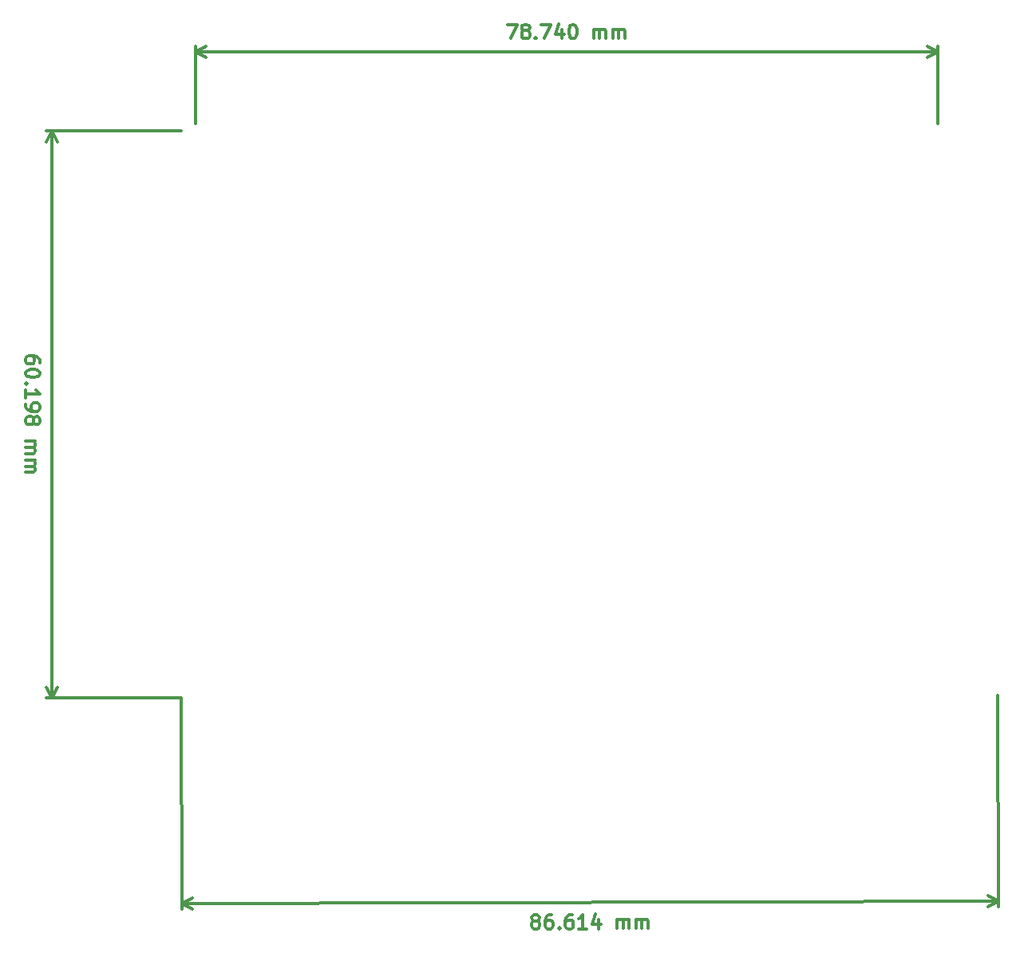
<source format=gbr>
G04 #@! TF.GenerationSoftware,KiCad,Pcbnew,5.0.2-bee76a0~70~ubuntu18.04.1*
G04 #@! TF.CreationDate,2019-03-10T14:25:10+00:00*
G04 #@! TF.ProjectId,Lcr_addon,4c63725f-6164-4646-9f6e-2e6b69636164,rev?*
G04 #@! TF.SameCoordinates,Original*
G04 #@! TF.FileFunction,Other,ECO2*
%FSLAX46Y46*%
G04 Gerber Fmt 4.6, Leading zero omitted, Abs format (unit mm)*
G04 Created by KiCad (PCBNEW 5.0.2-bee76a0~70~ubuntu18.04.1) date Sun 10 Mar 2019 14:25:10 GMT*
%MOMM*%
%LPD*%
G01*
G04 APERTURE LIST*
%ADD10C,0.300000*%
G04 APERTURE END LIST*
D10*
X71184285Y-40258571D02*
X72184285Y-40258571D01*
X71541428Y-41758571D01*
X72970000Y-40901428D02*
X72827142Y-40830000D01*
X72755714Y-40758571D01*
X72684285Y-40615714D01*
X72684285Y-40544285D01*
X72755714Y-40401428D01*
X72827142Y-40330000D01*
X72970000Y-40258571D01*
X73255714Y-40258571D01*
X73398571Y-40330000D01*
X73470000Y-40401428D01*
X73541428Y-40544285D01*
X73541428Y-40615714D01*
X73470000Y-40758571D01*
X73398571Y-40830000D01*
X73255714Y-40901428D01*
X72970000Y-40901428D01*
X72827142Y-40972857D01*
X72755714Y-41044285D01*
X72684285Y-41187142D01*
X72684285Y-41472857D01*
X72755714Y-41615714D01*
X72827142Y-41687142D01*
X72970000Y-41758571D01*
X73255714Y-41758571D01*
X73398571Y-41687142D01*
X73470000Y-41615714D01*
X73541428Y-41472857D01*
X73541428Y-41187142D01*
X73470000Y-41044285D01*
X73398571Y-40972857D01*
X73255714Y-40901428D01*
X74184285Y-41615714D02*
X74255714Y-41687142D01*
X74184285Y-41758571D01*
X74112857Y-41687142D01*
X74184285Y-41615714D01*
X74184285Y-41758571D01*
X74755714Y-40258571D02*
X75755714Y-40258571D01*
X75112857Y-41758571D01*
X76970000Y-40758571D02*
X76970000Y-41758571D01*
X76612857Y-40187142D02*
X76255714Y-41258571D01*
X77184285Y-41258571D01*
X78041428Y-40258571D02*
X78184285Y-40258571D01*
X78327142Y-40330000D01*
X78398571Y-40401428D01*
X78470000Y-40544285D01*
X78541428Y-40830000D01*
X78541428Y-41187142D01*
X78470000Y-41472857D01*
X78398571Y-41615714D01*
X78327142Y-41687142D01*
X78184285Y-41758571D01*
X78041428Y-41758571D01*
X77898571Y-41687142D01*
X77827142Y-41615714D01*
X77755714Y-41472857D01*
X77684285Y-41187142D01*
X77684285Y-40830000D01*
X77755714Y-40544285D01*
X77827142Y-40401428D01*
X77898571Y-40330000D01*
X78041428Y-40258571D01*
X80327142Y-41758571D02*
X80327142Y-40758571D01*
X80327142Y-40901428D02*
X80398571Y-40830000D01*
X80541428Y-40758571D01*
X80755714Y-40758571D01*
X80898571Y-40830000D01*
X80970000Y-40972857D01*
X80970000Y-41758571D01*
X80970000Y-40972857D02*
X81041428Y-40830000D01*
X81184285Y-40758571D01*
X81398571Y-40758571D01*
X81541428Y-40830000D01*
X81612857Y-40972857D01*
X81612857Y-41758571D01*
X82327142Y-41758571D02*
X82327142Y-40758571D01*
X82327142Y-40901428D02*
X82398571Y-40830000D01*
X82541428Y-40758571D01*
X82755714Y-40758571D01*
X82898571Y-40830000D01*
X82970000Y-40972857D01*
X82970000Y-41758571D01*
X82970000Y-40972857D02*
X83041428Y-40830000D01*
X83184285Y-40758571D01*
X83398571Y-40758571D01*
X83541428Y-40830000D01*
X83612857Y-40972857D01*
X83612857Y-41758571D01*
X38100000Y-43180000D02*
X116840000Y-43180000D01*
X38100000Y-50800000D02*
X38100000Y-42593579D01*
X116840000Y-50800000D02*
X116840000Y-42593579D01*
X116840000Y-43180000D02*
X115713496Y-43766421D01*
X116840000Y-43180000D02*
X115713496Y-42593579D01*
X38100000Y-43180000D02*
X39226504Y-43766421D01*
X38100000Y-43180000D02*
X39226504Y-42593579D01*
X74024146Y-135415712D02*
X73881080Y-135344702D01*
X73809442Y-135273483D01*
X73737595Y-135130836D01*
X73737386Y-135059408D01*
X73808395Y-134916342D01*
X73879614Y-134844704D01*
X74022261Y-134772857D01*
X74307974Y-134772019D01*
X74451040Y-134843029D01*
X74522677Y-134914247D01*
X74594525Y-135056895D01*
X74594734Y-135128323D01*
X74523725Y-135271389D01*
X74452506Y-135343027D01*
X74309859Y-135414874D01*
X74024146Y-135415712D01*
X73881499Y-135487559D01*
X73810280Y-135559197D01*
X73739271Y-135702263D01*
X73740109Y-135987976D01*
X73811956Y-136130623D01*
X73883594Y-136201841D01*
X74026660Y-136272851D01*
X74312373Y-136272013D01*
X74455020Y-136200166D01*
X74526238Y-136128528D01*
X74597248Y-135985462D01*
X74596410Y-135699749D01*
X74524563Y-135557102D01*
X74452925Y-135485883D01*
X74309859Y-135414874D01*
X75879396Y-134767411D02*
X75593683Y-134768249D01*
X75451035Y-134840096D01*
X75379817Y-134911734D01*
X75237589Y-135126438D01*
X75166998Y-135412360D01*
X75168674Y-135983786D01*
X75240521Y-136126433D01*
X75312159Y-136197652D01*
X75455225Y-136268661D01*
X75740938Y-136267824D01*
X75883585Y-136195976D01*
X75954804Y-136124339D01*
X76025813Y-135981273D01*
X76024766Y-135624131D01*
X75952918Y-135481484D01*
X75881281Y-135410265D01*
X75738215Y-135339256D01*
X75452502Y-135340094D01*
X75309855Y-135411941D01*
X75238636Y-135483579D01*
X75167627Y-135626645D01*
X76669086Y-136122244D02*
X76740724Y-136193463D01*
X76669505Y-136265100D01*
X76597868Y-136193882D01*
X76669086Y-136122244D01*
X76669505Y-136265100D01*
X78022243Y-134761127D02*
X77736530Y-134761965D01*
X77593883Y-134833812D01*
X77522665Y-134905450D01*
X77380436Y-135120154D01*
X77309846Y-135406076D01*
X77311522Y-135977502D01*
X77383369Y-136120149D01*
X77455007Y-136191368D01*
X77598073Y-136262377D01*
X77883786Y-136261540D01*
X78026433Y-136189692D01*
X78097652Y-136118055D01*
X78168661Y-135974989D01*
X78167614Y-135617847D01*
X78095766Y-135475200D01*
X78024129Y-135403981D01*
X77881063Y-135332972D01*
X77595350Y-135333810D01*
X77452703Y-135405657D01*
X77381484Y-135477295D01*
X77310474Y-135620361D01*
X79598064Y-136256512D02*
X78740925Y-136259026D01*
X79169495Y-136257769D02*
X79165096Y-134757776D01*
X79022868Y-134972479D01*
X78880430Y-135115755D01*
X78737783Y-135187602D01*
X80880840Y-135252746D02*
X80883773Y-136252742D01*
X80522023Y-134682367D02*
X80168024Y-135754839D01*
X81096591Y-135752116D01*
X82812336Y-136247086D02*
X82809403Y-135247091D01*
X82809822Y-135389947D02*
X82881041Y-135318309D01*
X83023688Y-135246462D01*
X83237973Y-135245834D01*
X83381039Y-135316843D01*
X83452886Y-135459490D01*
X83455190Y-136245201D01*
X83452886Y-135459490D02*
X83523896Y-135316424D01*
X83666543Y-135244577D01*
X83880827Y-135243949D01*
X84023893Y-135314958D01*
X84095741Y-135457605D01*
X84098045Y-136243316D01*
X84812327Y-136241221D02*
X84809395Y-135241226D01*
X84809814Y-135384082D02*
X84881033Y-135312444D01*
X85023680Y-135240597D01*
X85237964Y-135239969D01*
X85381030Y-135310978D01*
X85452878Y-135453625D01*
X85455182Y-136239336D01*
X85452878Y-135453625D02*
X85523887Y-135310559D01*
X85666534Y-135238712D01*
X85880819Y-135238084D01*
X86023885Y-135309093D01*
X86095732Y-135451740D01*
X86098036Y-136237451D01*
X36640058Y-133603906D02*
X123254058Y-133349906D01*
X36576000Y-111760000D02*
X36641778Y-134190324D01*
X123190000Y-111506000D02*
X123255778Y-133936324D01*
X123254058Y-133349906D02*
X122129279Y-133939628D01*
X123254058Y-133349906D02*
X122125839Y-132766791D01*
X36640058Y-133603906D02*
X37768277Y-134187021D01*
X36640058Y-133603906D02*
X37764837Y-133014184D01*
X21581428Y-76161000D02*
X21581428Y-75875285D01*
X21510000Y-75732428D01*
X21438571Y-75661000D01*
X21224285Y-75518142D01*
X20938571Y-75446714D01*
X20367142Y-75446714D01*
X20224285Y-75518142D01*
X20152857Y-75589571D01*
X20081428Y-75732428D01*
X20081428Y-76018142D01*
X20152857Y-76161000D01*
X20224285Y-76232428D01*
X20367142Y-76303857D01*
X20724285Y-76303857D01*
X20867142Y-76232428D01*
X20938571Y-76161000D01*
X21010000Y-76018142D01*
X21010000Y-75732428D01*
X20938571Y-75589571D01*
X20867142Y-75518142D01*
X20724285Y-75446714D01*
X21581428Y-77232428D02*
X21581428Y-77375285D01*
X21510000Y-77518142D01*
X21438571Y-77589571D01*
X21295714Y-77661000D01*
X21010000Y-77732428D01*
X20652857Y-77732428D01*
X20367142Y-77661000D01*
X20224285Y-77589571D01*
X20152857Y-77518142D01*
X20081428Y-77375285D01*
X20081428Y-77232428D01*
X20152857Y-77089571D01*
X20224285Y-77018142D01*
X20367142Y-76946714D01*
X20652857Y-76875285D01*
X21010000Y-76875285D01*
X21295714Y-76946714D01*
X21438571Y-77018142D01*
X21510000Y-77089571D01*
X21581428Y-77232428D01*
X20224285Y-78375285D02*
X20152857Y-78446714D01*
X20081428Y-78375285D01*
X20152857Y-78303857D01*
X20224285Y-78375285D01*
X20081428Y-78375285D01*
X20081428Y-79875285D02*
X20081428Y-79018142D01*
X20081428Y-79446714D02*
X21581428Y-79446714D01*
X21367142Y-79303857D01*
X21224285Y-79161000D01*
X21152857Y-79018142D01*
X20081428Y-80589571D02*
X20081428Y-80875285D01*
X20152857Y-81018142D01*
X20224285Y-81089571D01*
X20438571Y-81232428D01*
X20724285Y-81303857D01*
X21295714Y-81303857D01*
X21438571Y-81232428D01*
X21510000Y-81161000D01*
X21581428Y-81018142D01*
X21581428Y-80732428D01*
X21510000Y-80589571D01*
X21438571Y-80518142D01*
X21295714Y-80446714D01*
X20938571Y-80446714D01*
X20795714Y-80518142D01*
X20724285Y-80589571D01*
X20652857Y-80732428D01*
X20652857Y-81018142D01*
X20724285Y-81161000D01*
X20795714Y-81232428D01*
X20938571Y-81303857D01*
X20938571Y-82161000D02*
X21010000Y-82018142D01*
X21081428Y-81946714D01*
X21224285Y-81875285D01*
X21295714Y-81875285D01*
X21438571Y-81946714D01*
X21510000Y-82018142D01*
X21581428Y-82161000D01*
X21581428Y-82446714D01*
X21510000Y-82589571D01*
X21438571Y-82661000D01*
X21295714Y-82732428D01*
X21224285Y-82732428D01*
X21081428Y-82661000D01*
X21010000Y-82589571D01*
X20938571Y-82446714D01*
X20938571Y-82161000D01*
X20867142Y-82018142D01*
X20795714Y-81946714D01*
X20652857Y-81875285D01*
X20367142Y-81875285D01*
X20224285Y-81946714D01*
X20152857Y-82018142D01*
X20081428Y-82161000D01*
X20081428Y-82446714D01*
X20152857Y-82589571D01*
X20224285Y-82661000D01*
X20367142Y-82732428D01*
X20652857Y-82732428D01*
X20795714Y-82661000D01*
X20867142Y-82589571D01*
X20938571Y-82446714D01*
X20081428Y-84518142D02*
X21081428Y-84518142D01*
X20938571Y-84518142D02*
X21010000Y-84589571D01*
X21081428Y-84732428D01*
X21081428Y-84946714D01*
X21010000Y-85089571D01*
X20867142Y-85161000D01*
X20081428Y-85161000D01*
X20867142Y-85161000D02*
X21010000Y-85232428D01*
X21081428Y-85375285D01*
X21081428Y-85589571D01*
X21010000Y-85732428D01*
X20867142Y-85803857D01*
X20081428Y-85803857D01*
X20081428Y-86518142D02*
X21081428Y-86518142D01*
X20938571Y-86518142D02*
X21010000Y-86589571D01*
X21081428Y-86732428D01*
X21081428Y-86946714D01*
X21010000Y-87089571D01*
X20867142Y-87161000D01*
X20081428Y-87161000D01*
X20867142Y-87161000D02*
X21010000Y-87232428D01*
X21081428Y-87375285D01*
X21081428Y-87589571D01*
X21010000Y-87732428D01*
X20867142Y-87803857D01*
X20081428Y-87803857D01*
X22860000Y-51562000D02*
X22860000Y-111760000D01*
X36576000Y-51562000D02*
X22273579Y-51562000D01*
X36576000Y-111760000D02*
X22273579Y-111760000D01*
X22860000Y-111760000D02*
X22273579Y-110633496D01*
X22860000Y-111760000D02*
X23446421Y-110633496D01*
X22860000Y-51562000D02*
X22273579Y-52688504D01*
X22860000Y-51562000D02*
X23446421Y-52688504D01*
M02*

</source>
